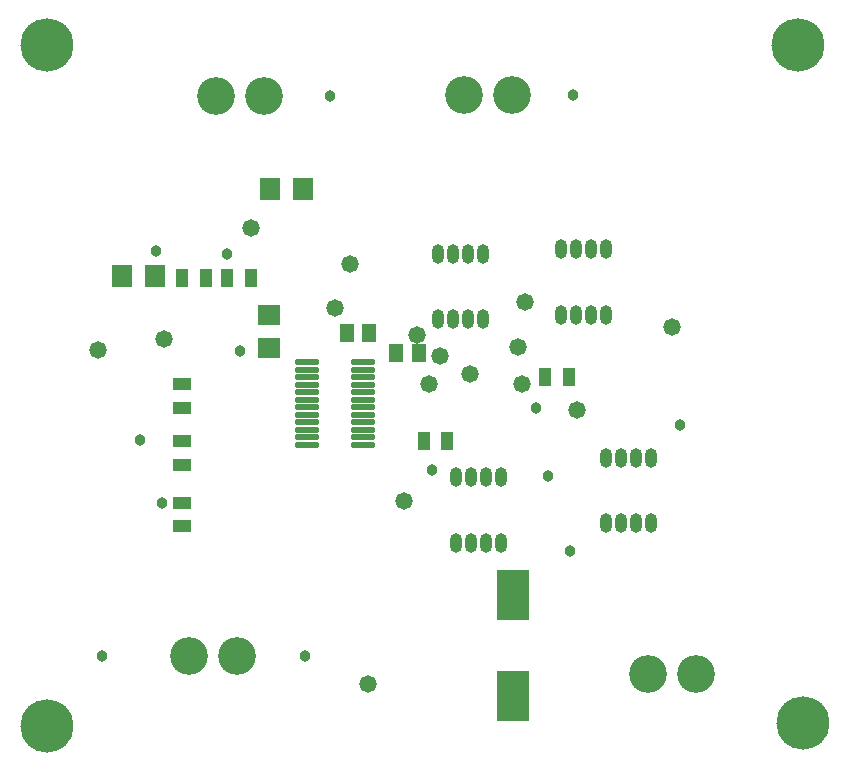
<source format=gts>
G04*
G04 #@! TF.GenerationSoftware,Altium Limited,Altium Designer,22.1.2 (22)*
G04*
G04 Layer_Color=8388736*
%FSLAX25Y25*%
%MOIN*%
G70*
G04*
G04 #@! TF.SameCoordinates,85E22B33-0606-49F9-AEB4-7B2C3894542D*
G04*
G04*
G04 #@! TF.FilePolarity,Negative*
G04*
G01*
G75*
%ADD26C,0.03800*%
%ADD27O,0.04147X0.06509*%
%ADD28R,0.04343X0.06115*%
%ADD29R,0.06115X0.04343*%
%ADD30R,0.10642X0.17139*%
%ADD31R,0.07690X0.06509*%
%ADD32O,0.08280X0.02178*%
%ADD33R,0.04934X0.06312*%
%ADD34R,0.06509X0.07690*%
%ADD35C,0.17729*%
%ADD36C,0.12611*%
%ADD37C,0.05800*%
D26*
X171500Y84500D02*
D03*
X99000Y211000D02*
D03*
X64500Y158500D02*
D03*
X179000Y59500D02*
D03*
X69000Y126000D02*
D03*
X167500Y107000D02*
D03*
X35500Y96500D02*
D03*
X23000Y24500D02*
D03*
X215500Y101500D02*
D03*
X41000Y159500D02*
D03*
X90500Y24500D02*
D03*
X43000Y75500D02*
D03*
X133000Y86500D02*
D03*
X180000Y211500D02*
D03*
D27*
X191000Y68575D02*
D03*
X196000D02*
D03*
X201000D02*
D03*
X206000D02*
D03*
X191000Y90425D02*
D03*
X196000D02*
D03*
X201000D02*
D03*
X206000D02*
D03*
X176000Y138075D02*
D03*
X181000D02*
D03*
X186000D02*
D03*
X191000D02*
D03*
X176000Y159925D02*
D03*
X181000D02*
D03*
X186000D02*
D03*
X191000D02*
D03*
X156000Y83925D02*
D03*
X151000D02*
D03*
X146000D02*
D03*
X141000D02*
D03*
X156000Y62075D02*
D03*
X151000D02*
D03*
X146000D02*
D03*
X141000D02*
D03*
X150000Y158425D02*
D03*
X145000D02*
D03*
X140000D02*
D03*
X135000D02*
D03*
X150000Y136575D02*
D03*
X145000D02*
D03*
X140000D02*
D03*
X135000D02*
D03*
D28*
X178500Y117500D02*
D03*
X170626D02*
D03*
X138000Y96000D02*
D03*
X130126D02*
D03*
X57437Y150500D02*
D03*
X49563D02*
D03*
X64563D02*
D03*
X72437D02*
D03*
D29*
X49500Y75437D02*
D03*
Y67563D02*
D03*
Y107063D02*
D03*
Y114937D02*
D03*
Y95937D02*
D03*
Y88063D02*
D03*
D30*
X160000Y11169D02*
D03*
Y44831D02*
D03*
D31*
X78500Y138012D02*
D03*
Y126988D02*
D03*
D32*
X91248Y122250D02*
D03*
Y119750D02*
D03*
Y117250D02*
D03*
Y114750D02*
D03*
Y112250D02*
D03*
Y109750D02*
D03*
Y107250D02*
D03*
Y104750D02*
D03*
Y102250D02*
D03*
Y99750D02*
D03*
Y97250D02*
D03*
Y94750D02*
D03*
X109752Y122250D02*
D03*
Y119750D02*
D03*
Y117250D02*
D03*
Y114750D02*
D03*
Y112250D02*
D03*
Y109750D02*
D03*
Y107250D02*
D03*
Y104750D02*
D03*
Y102250D02*
D03*
Y99750D02*
D03*
Y97250D02*
D03*
Y94750D02*
D03*
D33*
X121020Y125500D02*
D03*
X128500D02*
D03*
X112000Y132000D02*
D03*
X104520D02*
D03*
D34*
X40512Y151000D02*
D03*
X29488D02*
D03*
X90012Y180000D02*
D03*
X78988D02*
D03*
D35*
X255000Y228000D02*
D03*
X4500D02*
D03*
Y1000D02*
D03*
X256500Y2000D02*
D03*
D36*
X221000Y18500D02*
D03*
X205000D02*
D03*
X159500Y211500D02*
D03*
X143500D02*
D03*
X77000Y211000D02*
D03*
X61000D02*
D03*
X52000Y24500D02*
D03*
X68000D02*
D03*
D37*
X100500Y140500D02*
D03*
X105500Y155000D02*
D03*
X164000Y142500D02*
D03*
X163000Y115000D02*
D03*
X132000D02*
D03*
X135500Y124500D02*
D03*
X161500Y127500D02*
D03*
X145500Y118500D02*
D03*
X128000Y131500D02*
D03*
X123500Y76000D02*
D03*
X213000Y134000D02*
D03*
X181063Y106500D02*
D03*
X72500Y167000D02*
D03*
X43500Y130000D02*
D03*
X111500Y15000D02*
D03*
X21500Y126500D02*
D03*
M02*

</source>
